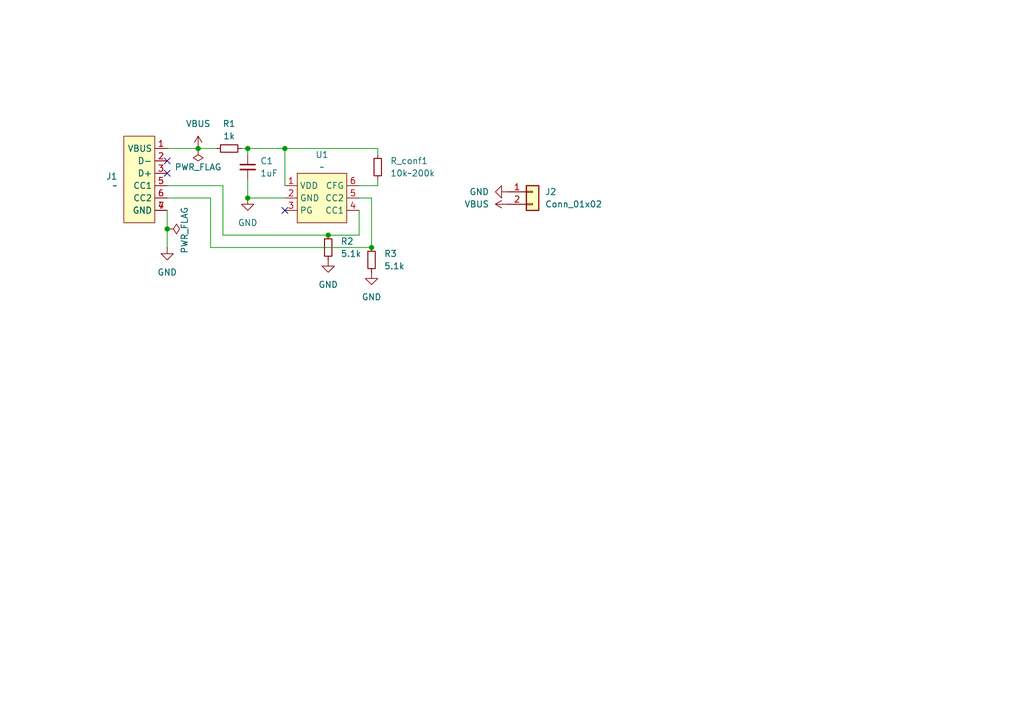
<source format=kicad_sch>
(kicad_sch (version 20231120) (generator "eeschema") (generator_version "8.0")
  (paper "A5")
  (lib_symbols
    (symbol "Connector_Generic:Conn_01x02" (pin_names (offset 1.016) hide)
      (property "Reference" "J" (at 0 2.54 0))
      (property "Value" "Conn_01x02" (at 0 -5.08 0))
      (symbol "Conn_01x02_1_1"
        (rectangle (start -1.27 -2.413) (end 0 -2.667) (stroke (width 0.1524)))
        (rectangle (start -1.27 0.127) (end 0 -0.127) (stroke (width 0.1524)))
        (rectangle (start -1.27 1.27) (end 1.27 -3.81) (stroke (width 0.254)) (fill (type background)))
        (pin passive line (at -5.08 0 0) (length 3.81) (name "Pin_1") (number "1"))
        (pin passive line (at -5.08 -2.54 0) (length 3.81) (name "Pin_2") (number "2"))
      )
    )
    (symbol "Device:C_Small" (pin_numbers hide) (pin_names (offset 0.254) hide)
      (property "Reference" "C" (at 0.254 1.778 0))
      (property "Value" "C_Small" (at 0.254 -2.032 0))
      (symbol "C_Small_0_1"
        (polyline (pts (xy -1.524 -0.508) (xy 1.524 -0.508)) (stroke (width 0.3302)))
        (polyline (pts (xy -1.524 0.508) (xy 1.524 0.508)) (stroke (width 0.3048)))
      )
      (symbol "C_Small_1_1"
        (pin passive line (at 0 2.54 270) (length 2.032) (name "~") (number "1"))
        (pin passive line (at 0 -2.54 90) (length 2.032) (name "~") (number "2"))
      )
    )
    (symbol "Device:R_Small" (pin_numbers hide) (pin_names (offset 0.254) hide)
      (property "Reference" "R" (at 0.762 0.508 0))
      (property "Value" "R_Small" (at 0.762 -1.016 0))
      (symbol "R_Small_0_1"
        (rectangle (start -0.762 1.778) (end 0.762 -1.778) (stroke (width 0.2032)))
      )
      (symbol "R_Small_1_1"
        (pin passive line (at 0 2.54 270) (length 0.762) (name "~") (number "1"))
        (pin passive line (at 0 -2.54 90) (length 0.762) (name "~") (number "2"))
      )
    )
    (symbol "USB_DIP:USBC_DIP"
      (property "Reference" "J" (at 1.524 3.81 0))
      (symbol "USBC_DIP_1_1"
        (rectangle (start -1.27 2.54) (end 5.08 -15.24) (fill (type background)))
        (pin passive line (at -3.81 0 0) (length 2.54) (name "VBUS") (number "1"))
        (pin passive line (at -3.81 -2.54 0) (length 2.54) (name "D-") (number "2"))
        (pin passive line (at -3.81 -5.08 0) (length 2.54) (name "D+") (number "3"))
        (pin passive line (at -3.81 -12.7 0) (length 2.54) (name "GND") (number "4"))
        (pin passive line (at -3.81 -7.62 0) (length 2.54) (name "CC1") (number "5"))
        (pin passive line (at -3.81 -10.16 0) (length 2.54) (name "CC2") (number "6"))
        (pin passive line (at -3.81 -12.7 0) (length 2.54) (name "GND") (number "7"))
      )
    )
    (symbol "ch221k:ch221k"
      (property "Reference" "U" (at -0.254 6.096 0))
      (symbol "ch221k_1_1"
        (rectangle (start -5.08 5.08) (end 5.08 -5.08) (fill (type background)))
        (pin passive line (at -7.62 2.54 0) (length 2.54) (name "VDD") (number "1"))
        (pin passive line (at -7.62 0 0) (length 2.54) (name "GND") (number "2"))
        (pin passive line (at -7.62 -2.54 0) (length 2.54) (name "PG") (number "3"))
        (pin passive line (at 7.62 -2.54 180) (length 2.54) (name "CC1") (number "4"))
        (pin passive line (at 7.62 0 180) (length 2.54) (name "CC2") (number "5"))
        (pin passive line (at 7.62 2.54 180) (length 2.54) (name "CFG") (number "6"))
      )
    )
    (symbol "power:GND" (power) (pin_numbers hide) (pin_names (offset 0) hide)
      (property "Value" "GND" (at 0 -3.81 0))
      (symbol "GND_0_1"
        (polyline (pts (xy 0 0) (xy 0 -1.27) (xy 1.27 -1.27) (xy 0 -2.54) (xy -1.27 -1.27) (xy 0 -1.27)))
      )
      (symbol "GND_1_1"
        (pin power_in line (at 0 0 270) (length 0) (name "~") (number "1"))
      )
    )
    (symbol "power:PWR_FLAG" (power) (pin_numbers hide) (pin_names (offset 0) hide)
      (property "Value" "PWR_FLAG" (at 0 3.81 0))
      (symbol "PWR_FLAG_0_0"
        (pin power_out line (at 0 0 90) (length 0) (name "~") (number "1"))
      )
      (symbol "PWR_FLAG_0_1"
        (polyline (pts (xy 0 0) (xy 0 1.27) (xy -1.016 1.905) (xy 0 2.54) (xy 1.016 1.905) (xy 0 1.27)))
      )
    )
    (symbol "power:VBUS" (power) (pin_numbers hide) (pin_names (offset 0) hide)
      (property "Value" "VBUS" (at 0 3.556 0))
      (symbol "VBUS_0_1"
        (polyline (pts (xy -0.762 1.27) (xy 0 2.54)))
        (polyline (pts (xy 0 0) (xy 0 2.54)))
        (polyline (pts (xy 0 2.54) (xy 0.762 1.27)))
      )
      (symbol "VBUS_1_1"
        (pin power_in line (at 0 0 90) (length 0) (name "~") (number "1"))
      )
    )
  )
  (junction (at 50.8 30.48))
  (junction (at 67.31 48.26))
  (junction (at 50.8 40.64))
  (junction (at 76.2 50.8))
  (junction (at 40.64 30.48))
  (junction (at 58.42 30.48))
  (junction (at 34.29 46.99))
  (no_connect (at 34.29 33.02))
  (no_connect (at 58.42 43.18))
  (no_connect (at 34.29 35.56))
  (wire (pts (xy 73.66 48.26) (xy 67.31 48.26)))
  (wire (pts (xy 45.72 38.1) (xy 34.29 38.1)))
  (wire (pts (xy 77.47 30.48) (xy 58.42 30.48)))
  (wire (pts (xy 76.2 40.64) (xy 73.66 40.64)))
  (wire (pts (xy 73.66 38.1) (xy 77.47 38.1)))
  (wire (pts (xy 50.8 31.75) (xy 50.8 30.48)))
  (wire (pts (xy 44.45 30.48) (xy 40.64 30.48)))
  (wire (pts (xy 43.18 50.8) (xy 76.2 50.8)))
  (wire (pts (xy 43.18 40.64) (xy 43.18 50.8)))
  (wire (pts (xy 77.47 38.1) (xy 77.47 36.83)))
  (wire (pts (xy 77.47 30.48) (xy 77.47 31.75)))
  (wire (pts (xy 34.29 30.48) (xy 40.64 30.48)))
  (wire (pts (xy 45.72 48.26) (xy 45.72 38.1)))
  (wire (pts (xy 58.42 30.48) (xy 50.8 30.48)))
  (wire (pts (xy 58.42 30.48) (xy 58.42 38.1)))
  (wire (pts (xy 73.66 43.18) (xy 73.66 48.26)))
  (wire (pts (xy 34.29 46.99) (xy 34.29 43.18)))
  (wire (pts (xy 76.2 50.8) (xy 76.2 40.64)))
  (wire (pts (xy 50.8 40.64) (xy 58.42 40.64)))
  (wire (pts (xy 34.29 50.8) (xy 34.29 46.99)))
  (wire (pts (xy 50.8 36.83) (xy 50.8 40.64)))
  (wire (pts (xy 34.29 40.64) (xy 43.18 40.64)))
  (wire (pts (xy 45.72 48.26) (xy 67.31 48.26)))
  (wire (pts (xy 50.8 30.48) (xy 49.53 30.48)))
  (symbol (lib_id "power:VBUS") (at 104.14 41.91 90) (unit 1)
    (property "Reference" "#PWR7" (effects (hide yes)))
    (property "Value" "VBUS" (at 100.33 41.9099 90) (effects (justify left)))
    (property "Description" "Power symbol creates a global label with name \"VBUS\"" (effects (hide yes)))
  )
  (symbol (lib_id "power:GND") (at 104.14 39.37 270) (unit 1)
    (property "Reference" "#PWR6" (effects (hide yes)))
    (property "Value" "GND" (at 100.33 39.3699 90) (effects (justify right)))
    (property "Description" "Power symbol creates a global label with name \"GND\" , ground" (effects (hide yes)))
  )
  (symbol (lib_id "power:PWR_FLAG") (at 34.29 46.99 270) (unit 1)
    (property "Reference" "#FLG2" (effects (hide yes)))
    (property "Value" "PWR_FLAG" (at 37.846 42.418 0) (effects (justify left)))
    (property "Description" "Special symbol for telling ERC where power comes from" (effects (hide yes)))
  )
  (symbol (lib_id "Device:R_Small") (at 67.31 50.8 0) (unit 1)
    (property "Reference" "R2" (at 69.85 49.5299 0) (effects (justify left)))
    (property "Value" "5.1k" (at 69.85 52.0699 0) (effects (justify left)))
    (property "Footprint" "Resistor_SMD:R_0603_1608Metric_Pad0.98x0.95mm_HandSolder" (effects (hide yes)))
    (property "Description" "Resistor, small symbol" (effects (hide yes)))
  )
  (symbol (lib_id "Device:C_Small") (at 50.8 34.29 0) (unit 1)
    (property "Reference" "C1" (at 53.34 33.0262 0) (effects (justify left)))
    (property "Value" "1uF" (at 53.34 35.5662 0) (effects (justify left)))
    (property "Footprint" "Capacitor_SMD:C_0603_1608Metric_Pad1.08x0.95mm_HandSolder" (effects (hide yes)))
    (property "Description" "Unpolarized capacitor, small symbol" (effects (hide yes)))
  )
  (symbol (lib_id "Device:R_Small") (at 46.99 30.48 90) (unit 1)
    (property "Reference" "R1" (at 46.99 25.4 90))
    (property "Value" "1k" (at 46.99 27.94 90))
    (property "Footprint" "Resistor_SMD:R_2512_6332Metric_Pad1.40x3.35mm_HandSolder" (effects (hide yes)))
    (property "Description" "Resistor, small symbol" (effects (hide yes)))
  )
  (symbol (lib_id "Device:R_Small") (at 77.47 34.29 180) (unit 1)
    (property "Reference" "R_conf1" (at 80.01 33.0199 0) (effects (justify right)))
    (property "Value" "10k~200k" (at 80.01 35.5599 0) (effects (justify right)))
    (property "Footprint" "Resistor_SMD:R_0603_1608Metric_Pad0.98x0.95mm_HandSolder" (effects (hide yes)))
    (property "Description" "Resistor, small symbol" (effects (hide yes)))
  )
  (symbol (lib_id "power:VBUS") (at 40.64 30.48 0) (unit 1)
    (property "Reference" "#PWR1" (effects (hide yes)))
    (property "Value" "VBUS" (at 40.64 25.4 0))
    (property "Description" "Power symbol creates a global label with name \"VBUS\"" (effects (hide yes)))
  )
  (symbol (lib_id "USB_DIP:USBC_DIP") (at 30.48 30.48 0) (mirror y) (unit 1)
    (property "Reference" "J1" (at 24.13 36.1949 0) (effects (justify left)))
    (property "Value" "~" (at 24.13 38.1 0) (effects (justify left)))
    (property "Footprint" "USB_DIP:USB_DIP" (effects (hide yes)))
  )
  (symbol (lib_id "power:PWR_FLAG") (at 40.64 30.48 180) (unit 1)
    (property "Reference" "#FLG1" (effects (hide yes)))
    (property "Value" "PWR_FLAG" (at 40.64 34.29 0))
    (property "Description" "Special symbol for telling ERC where power comes from" (effects (hide yes)))
  )
  (symbol (lib_id "power:GND") (at 67.31 53.34 0) (unit 1)
    (property "Reference" "#PWR4" (effects (hide yes)))
    (property "Value" "GND" (at 67.31 58.42 0))
    (property "Description" "Power symbol creates a global label with name \"GND\" , ground" (effects (hide yes)))
  )
  (symbol (lib_id "power:GND") (at 76.2 55.88 0) (unit 1)
    (property "Reference" "#PWR5" (effects (hide yes)))
    (property "Value" "GND" (at 76.2 60.96 0))
    (property "Description" "Power symbol creates a global label with name \"GND\" , ground" (effects (hide yes)))
  )
  (symbol (lib_id "power:GND") (at 50.8 40.64 0) (unit 1)
    (property "Reference" "#PWR3" (effects (hide yes)))
    (property "Value" "GND" (at 50.8 45.72 0))
    (property "Description" "Power symbol creates a global label with name \"GND\" , ground" (effects (hide yes)))
  )
  (symbol (lib_id "power:GND") (at 34.29 50.8 0) (unit 1)
    (property "Reference" "#PWR2" (effects (hide yes)))
    (property "Value" "GND" (at 34.29 55.88 0))
    (property "Description" "Power symbol creates a global label with name \"GND\" , ground" (effects (hide yes)))
  )
  (symbol (lib_id "Device:R_Small") (at 76.2 53.34 0) (unit 1)
    (property "Reference" "R3" (at 78.74 52.0699 0) (effects (justify left)))
    (property "Value" "5.1k" (at 78.74 54.6099 0) (effects (justify left)))
    (property "Footprint" "Resistor_SMD:R_0603_1608Metric_Pad0.98x0.95mm_HandSolder" (effects (hide yes)))
    (property "Description" "Resistor, small symbol" (effects (hide yes)))
  )
  (symbol (lib_id "Connector_Generic:Conn_01x02") (at 109.22 39.37 0) (unit 1)
    (property "Reference" "J2" (at 111.76 39.3699 0) (effects (justify left)))
    (property "Value" "Conn_01x02" (at 111.76 41.9099 0) (effects (justify left)))
    (property "Footprint" "Connector_AMASS:AMASS_XT60-M_1x02_P7.20mm_Vertical" (effects (hide yes)))
    (property "Description" "Generic connector, single row, 01x02, script generated (kicad-library-utils/schlib/autogen/connector/)" (effects (hide yes)))
  )
  (symbol (lib_id "ch221k:ch221k") (at 66.04 40.64 0) (unit 1)
    (property "Reference" "U1" (at 66.04 31.75 0))
    (property "Value" "~" (at 66.04 34.29 0))
    (property "Footprint" "Package_TO_SOT_SMD:TSOT-23-6_HandSoldering" (effects (hide yes)))
  )
)
</source>
